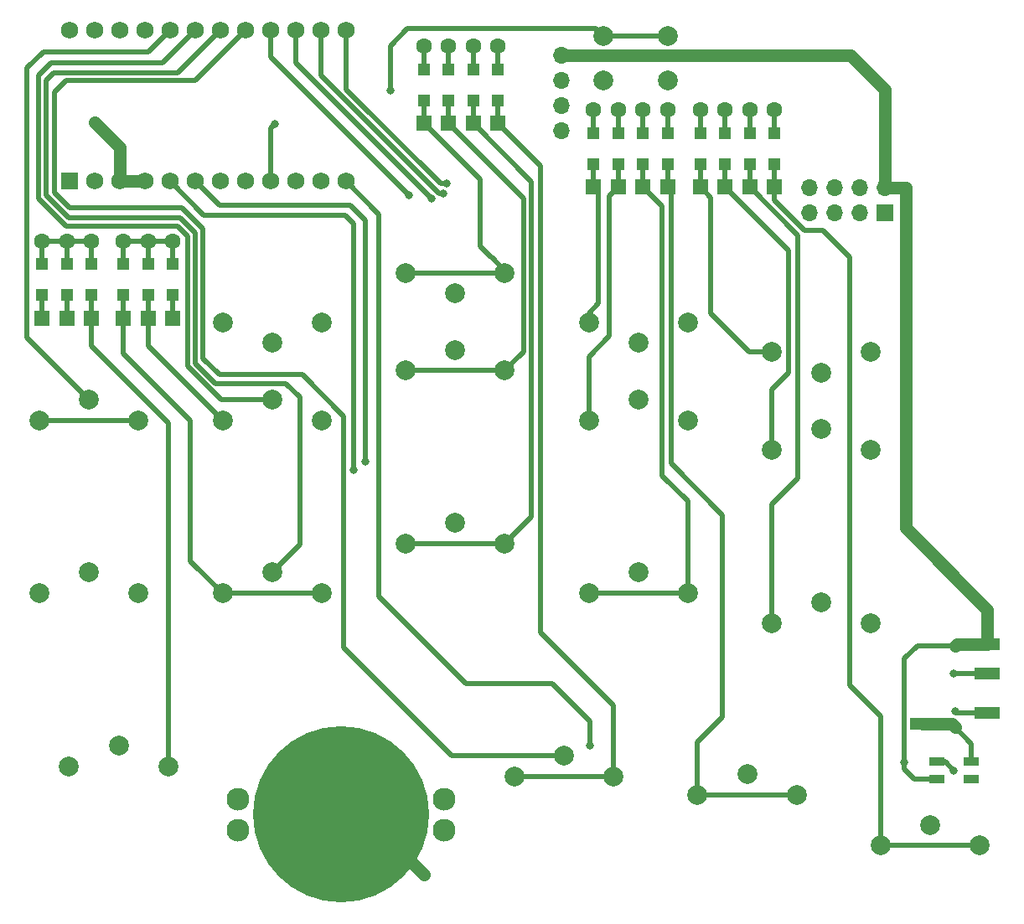
<source format=gbr>
G04 #@! TF.GenerationSoftware,KiCad,Pcbnew,5.1.4-e60b266~84~ubuntu19.04.1*
G04 #@! TF.CreationDate,2020-01-09T17:11:54-08:00*
G04 #@! TF.ProjectId,fissure,66697373-7572-4652-9e6b-696361645f70,rev?*
G04 #@! TF.SameCoordinates,Original*
G04 #@! TF.FileFunction,Copper,L1,Top*
G04 #@! TF.FilePolarity,Positive*
%FSLAX46Y46*%
G04 Gerber Fmt 4.6, Leading zero omitted, Abs format (unit mm)*
G04 Created by KiCad (PCBNEW 5.1.4-e60b266~84~ubuntu19.04.1) date 2020-01-09 17:11:54*
%MOMM*%
%LPD*%
G04 APERTURE LIST*
%ADD10R,1.600000X0.850000*%
%ADD11C,2.000000*%
%ADD12O,1.700000X1.700000*%
%ADD13C,1.752600*%
%ADD14R,1.752600X1.752600*%
%ADD15R,0.500000X2.500000*%
%ADD16C,1.600000*%
%ADD17R,1.600000X1.600000*%
%ADD18R,1.200000X1.200000*%
%ADD19R,2.500000X1.200000*%
%ADD20C,17.800000*%
%ADD21C,2.300000*%
%ADD22R,1.700000X1.700000*%
%ADD23C,0.800000*%
%ADD24C,0.508000*%
%ADD25C,1.270000*%
G04 APERTURE END LIST*
D10*
X140647000Y-116724000D03*
X140647000Y-114974000D03*
X137147000Y-116724000D03*
X137147000Y-114974000D03*
D11*
X103502000Y-46149000D03*
X103502000Y-41649000D03*
X110002000Y-46149000D03*
X110002000Y-41649000D03*
X56497000Y-80449000D03*
X51497000Y-78349000D03*
X46497000Y-80449000D03*
X120497000Y-73549000D03*
X125497000Y-75649000D03*
X130497000Y-73549000D03*
X64997000Y-70549000D03*
X69997000Y-72649000D03*
X74997000Y-70549000D03*
D12*
X99207000Y-43609000D03*
X99207000Y-46149000D03*
X99207000Y-48689000D03*
X99207000Y-51229000D03*
D13*
X49527000Y-41069000D03*
X77467000Y-56309000D03*
X52067000Y-41069000D03*
X54607000Y-41069000D03*
X57147000Y-41069000D03*
X59687000Y-41069000D03*
X62227000Y-41069000D03*
X64767000Y-41069000D03*
X67307000Y-41069000D03*
X69847000Y-41069000D03*
X72387000Y-41069000D03*
X74927000Y-41069000D03*
X77467000Y-41069000D03*
X74927000Y-56309000D03*
X72387000Y-56309000D03*
X69847000Y-56309000D03*
X67307000Y-56309000D03*
X64767000Y-56309000D03*
X62227000Y-56309000D03*
X59687000Y-56309000D03*
X57147000Y-56309000D03*
X54607000Y-56309000D03*
X52067000Y-56309000D03*
D14*
X49527000Y-56309000D03*
D15*
X46747000Y-63549000D03*
X46747000Y-68949000D03*
D16*
X46747000Y-62349000D03*
D17*
X46747000Y-70149000D03*
D18*
X46747000Y-67824000D03*
X46747000Y-64674000D03*
D11*
X56497000Y-97949000D03*
X51497000Y-95849000D03*
X46497000Y-97949000D03*
X101997000Y-70549000D03*
X106997000Y-72649000D03*
X111997000Y-70549000D03*
X93497000Y-75449000D03*
X88497000Y-73349000D03*
X83497000Y-75449000D03*
X141497000Y-123449000D03*
X136497000Y-121349000D03*
X131497000Y-123449000D03*
X122997000Y-118349000D03*
X117997000Y-116249000D03*
X112997000Y-118349000D03*
X104497000Y-116449000D03*
X99497000Y-114349000D03*
X94497000Y-116449000D03*
X130497000Y-100949000D03*
X125497000Y-98849000D03*
X120497000Y-100949000D03*
X111997000Y-97949000D03*
X106997000Y-95849000D03*
X101997000Y-97949000D03*
X93497000Y-92949000D03*
X88497000Y-90849000D03*
X83497000Y-92949000D03*
X74997000Y-97949000D03*
X69997000Y-95849000D03*
X64997000Y-97949000D03*
X59497000Y-115449000D03*
X54497000Y-113349000D03*
X49497000Y-115449000D03*
X130497000Y-83449000D03*
X125497000Y-81349000D03*
X120497000Y-83449000D03*
X111997000Y-80449000D03*
X106997000Y-78349000D03*
X101997000Y-80449000D03*
X74997000Y-80449000D03*
X69997000Y-78349000D03*
X64997000Y-80449000D03*
X83497000Y-65549000D03*
X88497000Y-67649000D03*
X93497000Y-65549000D03*
D15*
X120757000Y-50296000D03*
X120757000Y-55696000D03*
D16*
X120757000Y-49096000D03*
D17*
X120757000Y-56896000D03*
D18*
X120757000Y-54571000D03*
X120757000Y-51421000D03*
D15*
X109962000Y-50293000D03*
X109962000Y-55693000D03*
D16*
X109962000Y-49093000D03*
D17*
X109962000Y-56893000D03*
D18*
X109962000Y-54568000D03*
X109962000Y-51418000D03*
X92817000Y-44984000D03*
X92817000Y-48134000D03*
D17*
X92817000Y-50459000D03*
D16*
X92817000Y-42659000D03*
D15*
X92817000Y-49259000D03*
X92817000Y-43859000D03*
X118257000Y-50296000D03*
X118257000Y-55696000D03*
D16*
X118257000Y-49096000D03*
D17*
X118257000Y-56896000D03*
D18*
X118257000Y-54571000D03*
X118257000Y-51421000D03*
D15*
X107462000Y-50293000D03*
X107462000Y-55693000D03*
D16*
X107462000Y-49093000D03*
D17*
X107462000Y-56893000D03*
D18*
X107462000Y-54568000D03*
X107462000Y-51418000D03*
X90317000Y-44984000D03*
X90317000Y-48134000D03*
D17*
X90317000Y-50459000D03*
D16*
X90317000Y-42659000D03*
D15*
X90317000Y-49259000D03*
X90317000Y-43859000D03*
X54997000Y-63549000D03*
X54997000Y-68949000D03*
D16*
X54997000Y-62349000D03*
D17*
X54997000Y-70149000D03*
D18*
X54997000Y-67824000D03*
X54997000Y-64674000D03*
D15*
X51747000Y-63549000D03*
X51747000Y-68949000D03*
D16*
X51747000Y-62349000D03*
D17*
X51747000Y-70149000D03*
D18*
X51747000Y-67824000D03*
X51747000Y-64674000D03*
D15*
X115757000Y-50296000D03*
X115757000Y-55696000D03*
D16*
X115757000Y-49096000D03*
D17*
X115757000Y-56896000D03*
D18*
X115757000Y-54571000D03*
X115757000Y-51421000D03*
D15*
X104962000Y-50293000D03*
X104962000Y-55693000D03*
D16*
X104962000Y-49093000D03*
D17*
X104962000Y-56893000D03*
D18*
X104962000Y-54568000D03*
X104962000Y-51418000D03*
X87817000Y-44984000D03*
X87817000Y-48134000D03*
D17*
X87817000Y-50459000D03*
D16*
X87817000Y-42659000D03*
D15*
X87817000Y-49259000D03*
X87817000Y-43859000D03*
X57497000Y-63549000D03*
X57497000Y-68949000D03*
D16*
X57497000Y-62349000D03*
D17*
X57497000Y-70149000D03*
D18*
X57497000Y-67824000D03*
X57497000Y-64674000D03*
D15*
X49247000Y-63549000D03*
X49247000Y-68949000D03*
D16*
X49247000Y-62349000D03*
D17*
X49247000Y-70149000D03*
D18*
X49247000Y-67824000D03*
X49247000Y-64674000D03*
D15*
X113257000Y-50296000D03*
X113257000Y-55696000D03*
D16*
X113257000Y-49096000D03*
D17*
X113257000Y-56896000D03*
D18*
X113257000Y-54571000D03*
X113257000Y-51421000D03*
D15*
X102462000Y-50293000D03*
X102462000Y-55693000D03*
D16*
X102462000Y-49093000D03*
D17*
X102462000Y-56893000D03*
D18*
X102462000Y-54568000D03*
X102462000Y-51418000D03*
X85317000Y-44984000D03*
X85317000Y-48134000D03*
D17*
X85317000Y-50459000D03*
D16*
X85317000Y-42659000D03*
D15*
X85317000Y-49259000D03*
X85317000Y-43859000D03*
X59997000Y-63549000D03*
X59997000Y-68949000D03*
D16*
X59997000Y-62349000D03*
D17*
X59997000Y-70149000D03*
D18*
X59997000Y-67824000D03*
X59997000Y-64674000D03*
D19*
X142247000Y-103074000D03*
X142247000Y-106074000D03*
X142247000Y-110074000D03*
X135747000Y-111174000D03*
D20*
X76997000Y-120249000D03*
D21*
X87397000Y-118749000D03*
X87397000Y-121849000D03*
X66597000Y-121849000D03*
X66597000Y-118749000D03*
X66597000Y-121849000D03*
X66597000Y-118749000D03*
X87397000Y-118749000D03*
X87397000Y-121849000D03*
D12*
X124307000Y-56944000D03*
X124307000Y-59484000D03*
X126847000Y-56944000D03*
X126847000Y-59484000D03*
X129387000Y-56944000D03*
X129387000Y-59484000D03*
X131927000Y-56944000D03*
D22*
X131927000Y-59484000D03*
D23*
X138997000Y-111499000D03*
X85397000Y-126349000D03*
X52090000Y-50340000D03*
X138997000Y-103249000D03*
X133897000Y-115049000D03*
X70283000Y-50499000D03*
X86126000Y-58087000D03*
X87269000Y-57579000D03*
X83840000Y-57706000D03*
X87650000Y-56563000D03*
X138997000Y-109849000D03*
X79395000Y-84630000D03*
X138897000Y-106049000D03*
X78252000Y-85519000D03*
X81935000Y-47165000D03*
X138897000Y-115849000D03*
X102097000Y-113349000D03*
D24*
X46497000Y-70399000D02*
X46747000Y-70149000D01*
X56497000Y-80449000D02*
X46497000Y-80449000D01*
X60397000Y-70549000D02*
X59997000Y-70149000D01*
X83497000Y-65549000D02*
X93497000Y-65549000D01*
X93497000Y-65549000D02*
X93497000Y-65331000D01*
X93497000Y-65331000D02*
X92172000Y-64006000D01*
X92172000Y-64006000D02*
X92154000Y-64006000D01*
X92154000Y-64006000D02*
X90997000Y-62849000D01*
X90997000Y-56139000D02*
X85317000Y-50459000D01*
X90997000Y-62849000D02*
X90997000Y-56139000D01*
X101997000Y-70549000D02*
X101997000Y-69649000D01*
X101997000Y-69649000D02*
X102997000Y-68649000D01*
X102997000Y-57428000D02*
X102462000Y-56893000D01*
X102997000Y-68649000D02*
X102997000Y-57428000D01*
X120497000Y-73549000D02*
X118197000Y-73549000D01*
X118197000Y-73549000D02*
X114297000Y-69649000D01*
X114297000Y-57936000D02*
X113257000Y-56896000D01*
X114297000Y-69649000D02*
X114297000Y-57936000D01*
X57497000Y-72949000D02*
X64997000Y-80449000D01*
X57497000Y-70149000D02*
X57497000Y-72949000D01*
X83497000Y-75449000D02*
X93497000Y-75449000D01*
X93497000Y-75449000D02*
X93797000Y-75449000D01*
X93497000Y-75449000D02*
X95397000Y-73549000D01*
X95397000Y-58039000D02*
X87817000Y-50459000D01*
X95397000Y-73549000D02*
X95397000Y-58039000D01*
X104097000Y-71949000D02*
X104097000Y-57758000D01*
X104097000Y-57758000D02*
X104962000Y-56893000D01*
X101997000Y-80449000D02*
X101997000Y-74049000D01*
X101997000Y-74049000D02*
X104097000Y-71949000D01*
X120497000Y-83449000D02*
X120497000Y-77349000D01*
X120497000Y-77349000D02*
X122147000Y-75699000D01*
X122147000Y-63286000D02*
X115757000Y-56896000D01*
X122147000Y-75699000D02*
X122147000Y-63286000D01*
X51747000Y-72984000D02*
X51747000Y-70149000D01*
X59497000Y-80734000D02*
X51747000Y-72984000D01*
X59497000Y-115449000D02*
X59497000Y-80734000D01*
X54997000Y-70149000D02*
X54997000Y-73749000D01*
X54997000Y-73749000D02*
X61747000Y-80499000D01*
X61747000Y-94699000D02*
X64997000Y-97949000D01*
X61747000Y-80499000D02*
X61747000Y-94699000D01*
X64997000Y-97949000D02*
X74997000Y-97949000D01*
X93497000Y-92949000D02*
X83497000Y-92949000D01*
X93497000Y-92949000D02*
X96197000Y-90249000D01*
X96197000Y-56339000D02*
X90317000Y-50459000D01*
X96197000Y-90249000D02*
X96197000Y-56339000D01*
X101997000Y-97949000D02*
X111997000Y-97949000D01*
X109397000Y-86049000D02*
X109397000Y-58828000D01*
X111997000Y-97949000D02*
X111997000Y-88649000D01*
X109397000Y-58828000D02*
X107462000Y-56893000D01*
X111997000Y-88649000D02*
X109397000Y-86049000D01*
X120497000Y-100949000D02*
X120497000Y-88949000D01*
X120497000Y-88949000D02*
X123097000Y-86349000D01*
X123097000Y-61736000D02*
X118257000Y-56896000D01*
X123097000Y-86349000D02*
X123097000Y-61736000D01*
X104497000Y-116449000D02*
X94497000Y-116449000D01*
X104497000Y-116449000D02*
X104497000Y-109274800D01*
X104497000Y-109274800D02*
X97124200Y-101902000D01*
X97124200Y-54766200D02*
X92817000Y-50459000D01*
X97124200Y-101902000D02*
X97124200Y-54766200D01*
X122997000Y-118349000D02*
X112997000Y-118349000D01*
X112997000Y-112999000D02*
X115497000Y-110499000D01*
X112997000Y-118349000D02*
X112997000Y-112999000D01*
X115497000Y-91149000D02*
X115497000Y-90049000D01*
X115497000Y-110499000D02*
X115497000Y-91149000D01*
X115497000Y-90049000D02*
X110297000Y-84849000D01*
X110297000Y-57228000D02*
X109962000Y-56893000D01*
X110297000Y-84849000D02*
X110297000Y-57228000D01*
X141497000Y-123449000D02*
X131497000Y-123449000D01*
X120757000Y-58209000D02*
X120757000Y-56896000D01*
X123797000Y-61249000D02*
X120757000Y-58209000D01*
X131497000Y-110349000D02*
X128397000Y-107249000D01*
X131497000Y-123449000D02*
X131497000Y-110349000D01*
X125697000Y-61249000D02*
X123797000Y-61249000D01*
X128397000Y-107249000D02*
X128397000Y-63949000D01*
X128397000Y-63949000D02*
X125697000Y-61249000D01*
D25*
X138672000Y-111174000D02*
X138997000Y-111499000D01*
X135747000Y-111174000D02*
X138672000Y-111174000D01*
X76997000Y-120249000D02*
X79297000Y-120249000D01*
X79297000Y-120249000D02*
X85397000Y-126349000D01*
X54607000Y-52857000D02*
X54607000Y-56309000D01*
X52090000Y-50340000D02*
X54607000Y-52857000D01*
X54607000Y-56309000D02*
X57147000Y-56309000D01*
D24*
X140647000Y-113149000D02*
X138997000Y-111499000D01*
X140647000Y-114974000D02*
X140647000Y-113149000D01*
D25*
X139172000Y-103074000D02*
X138997000Y-103249000D01*
X142247000Y-103074000D02*
X139172000Y-103074000D01*
D24*
X134872000Y-116724000D02*
X137147000Y-116724000D01*
X133897000Y-115749000D02*
X134872000Y-116724000D01*
X133897000Y-115049000D02*
X133897000Y-115749000D01*
X133897000Y-104549000D02*
X135197000Y-103249000D01*
X133897000Y-115049000D02*
X133897000Y-104549000D01*
X138997000Y-103249000D02*
X135197000Y-103249000D01*
D25*
X131927000Y-56944000D02*
X131927000Y-47079000D01*
X128457000Y-43609000D02*
X128237000Y-43609000D01*
X99207000Y-43609000D02*
X128237000Y-43609000D01*
X131927000Y-47079000D02*
X128457000Y-43609000D01*
X142247000Y-99599000D02*
X142247000Y-103074000D01*
X133997000Y-91349000D02*
X142247000Y-99599000D01*
X133997000Y-56949000D02*
X133997000Y-91349000D01*
X131927000Y-56944000D02*
X133992000Y-56944000D01*
X133992000Y-56944000D02*
X133997000Y-56949000D01*
D24*
X46747000Y-62349000D02*
X51747000Y-62349000D01*
X51747000Y-62349000D02*
X51747000Y-61859000D01*
X54997000Y-62349000D02*
X59997000Y-62349000D01*
X70283000Y-55873000D02*
X69847000Y-56309000D01*
X69847000Y-50935000D02*
X70283000Y-50499000D01*
X69847000Y-56309000D02*
X69847000Y-50935000D01*
X45232000Y-72084000D02*
X51497000Y-78349000D01*
X45232000Y-44879000D02*
X45232000Y-72084000D01*
X46883000Y-43228000D02*
X45232000Y-44879000D01*
X59687000Y-41069000D02*
X57528000Y-43228000D01*
X57528000Y-43228000D02*
X46883000Y-43228000D01*
X58925000Y-44371000D02*
X62227000Y-41069000D01*
X47645000Y-44371000D02*
X58925000Y-44371000D01*
X49169000Y-60881000D02*
X46375000Y-58087000D01*
X64859000Y-78349000D02*
X61488000Y-74978000D01*
X46375000Y-58087000D02*
X46375000Y-45641000D01*
X61488000Y-74978000D02*
X61488000Y-61897000D01*
X69997000Y-78349000D02*
X64859000Y-78349000D01*
X46375000Y-45641000D02*
X47645000Y-44371000D01*
X60472000Y-60881000D02*
X49169000Y-60881000D01*
X61488000Y-61897000D02*
X60472000Y-60881000D01*
X47899000Y-45387000D02*
X60449000Y-45387000D01*
X64282000Y-76756000D02*
X62250000Y-74724000D01*
X71394000Y-76756000D02*
X64282000Y-76756000D01*
X60449000Y-45387000D02*
X64767000Y-41069000D01*
X69997000Y-95849000D02*
X72791000Y-93055000D01*
X62250000Y-61516000D02*
X60726000Y-59992000D01*
X49423000Y-59992000D02*
X47137000Y-57706000D01*
X60726000Y-59992000D02*
X49423000Y-59992000D01*
X72791000Y-78153000D02*
X71394000Y-76756000D01*
X62250000Y-74724000D02*
X62250000Y-61516000D01*
X72791000Y-93055000D02*
X72791000Y-78153000D01*
X47137000Y-57706000D02*
X47137000Y-46149000D01*
X47137000Y-46149000D02*
X47899000Y-45387000D01*
X62227000Y-46149000D02*
X67307000Y-41069000D01*
X48026000Y-47292000D02*
X49169000Y-46149000D01*
X49169000Y-46149000D02*
X62227000Y-46149000D01*
X77236000Y-80058000D02*
X73045000Y-75867000D01*
X64663000Y-75867000D02*
X63012000Y-74216000D01*
X77236000Y-103426000D02*
X77236000Y-80058000D01*
X49550000Y-58976000D02*
X48026000Y-57452000D01*
X73045000Y-75867000D02*
X64663000Y-75867000D01*
X48026000Y-57452000D02*
X48026000Y-47292000D01*
X99497000Y-114349000D02*
X88159000Y-114349000D01*
X88159000Y-114349000D02*
X77236000Y-103426000D01*
X63012000Y-61135000D02*
X60853000Y-58976000D01*
X63012000Y-74216000D02*
X63012000Y-61135000D01*
X60853000Y-58976000D02*
X49550000Y-58976000D01*
X81808000Y-53769000D02*
X72387000Y-44348000D01*
X72387000Y-44348000D02*
X72387000Y-41069000D01*
X85745000Y-57706000D02*
X81808000Y-53769000D01*
X85745000Y-57706000D02*
X86126000Y-58087000D01*
X87269000Y-57579000D02*
X86888000Y-57579000D01*
X86888000Y-57579000D02*
X74927000Y-45618000D01*
X74927000Y-45618000D02*
X74927000Y-41069000D01*
X69847000Y-43713000D02*
X69847000Y-41069000D01*
X83840000Y-57706000D02*
X69847000Y-43713000D01*
X87650000Y-56563000D02*
X87015000Y-56563000D01*
X77467000Y-47015000D02*
X77467000Y-41069000D01*
X87015000Y-56563000D02*
X77467000Y-47015000D01*
X139222000Y-110074000D02*
X142247000Y-110074000D01*
X138997000Y-109849000D02*
X139222000Y-110074000D01*
X64667000Y-58749000D02*
X62227000Y-56309000D01*
X77897000Y-58749000D02*
X64667000Y-58749000D01*
X79395000Y-84630000D02*
X79395000Y-60247000D01*
X79395000Y-60247000D02*
X77897000Y-58749000D01*
X138922000Y-106074000D02*
X142247000Y-106074000D01*
X138897000Y-106049000D02*
X138922000Y-106074000D01*
X63127000Y-59749000D02*
X59687000Y-56309000D01*
X77397000Y-59749000D02*
X63127000Y-59749000D01*
X78252000Y-85519000D02*
X78252000Y-60604000D01*
X78252000Y-60604000D02*
X77397000Y-59749000D01*
X103502000Y-41649000D02*
X110002000Y-41649000D01*
X102702000Y-40849000D02*
X103502000Y-41649000D01*
X81935000Y-47165000D02*
X81935000Y-42611000D01*
X83697000Y-40849000D02*
X102702000Y-40849000D01*
X81935000Y-42611000D02*
X83697000Y-40849000D01*
X138022000Y-114974000D02*
X137147000Y-114974000D01*
X138897000Y-115849000D02*
X138022000Y-114974000D01*
X102097000Y-113349000D02*
X102097000Y-110849000D01*
X102097000Y-110849000D02*
X98297000Y-107049000D01*
X98297000Y-107049000D02*
X89597000Y-107049000D01*
X89597000Y-107049000D02*
X80797000Y-98249000D01*
X80797000Y-59639000D02*
X77467000Y-56309000D01*
X80797000Y-98249000D02*
X80797000Y-59639000D01*
M02*

</source>
